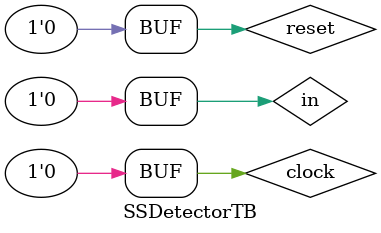
<source format=v>
`timescale 1ns / 1ps


module SSDetectorTB;

	// Inputs
	reg clock;
	reg in;
	reg reset;

	// Outputs
	wire out;

	// Instantiate the Unit Under Test (UUT)
	SSDetector uut (
		.clock(clock), 
		.in(in), 
		.reset(reset), 
		.out(out)
	);

	initial begin
		// Initialize Inputs
		clock = 0;
		in = 0;
		reset = 0;

		// Wait 100 ns for global reset to finish
		#100;
        
		// Add stimulus here
		in = 0; clock = 0; reset= 1;
		#50
		in = 0; clock = 1;
		#25
		in = 0; clock = 1;
		#25
		in = 1; clock = 0;
		#50
		in = 1; clock = 1;
		#50
		in = 1; clock = 0;
		#50
		in = 1; clock = 1;
		#25
		in = 1; clock = 1;
		#25
		in = 0; clock = 0; 
		#50
		in = 0; clock = 1;
		#50
		in = 0; clock = 0; reset = 0;
		#50
		in = 0; clock = 1;
		#50
		in = 0; clock = 0;

	end
      
endmodule


</source>
